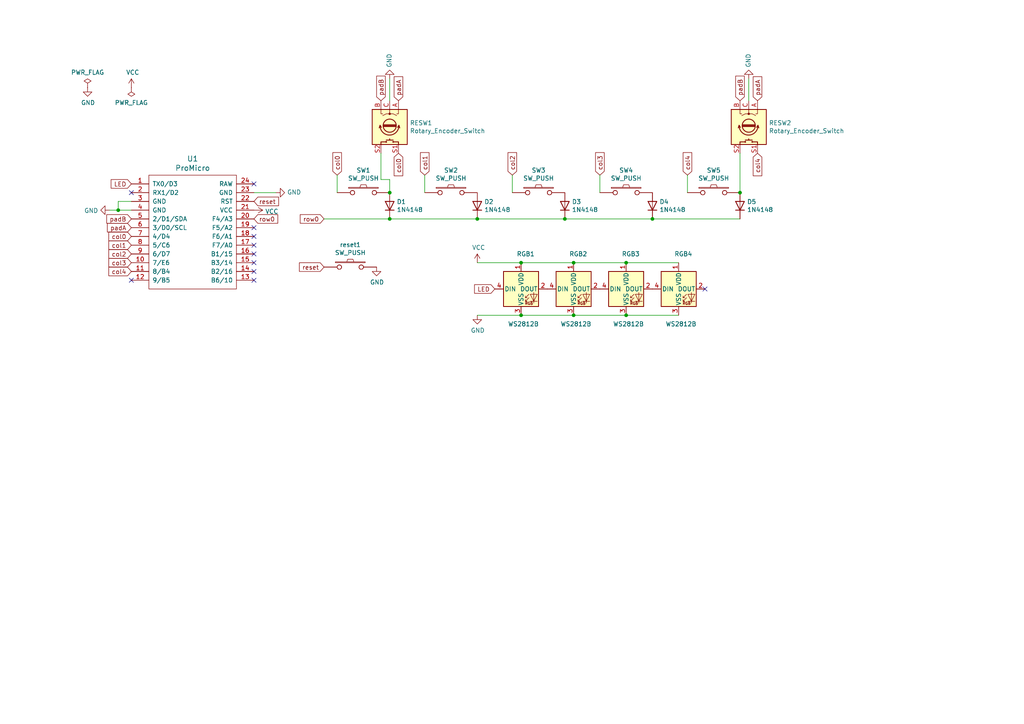
<source format=kicad_sch>
(kicad_sch (version 20230121) (generator eeschema)
  (paper "A4")
  (title_block (title "REVIUNG5") (date "2021-06-09") (rev "ver1.0"))
  (lib_symbols
    (symbol "Diode:1N4148" (pin_numbers hide) (pin_names hide)
      (property "Reference" "D" (at 0 2.54 0))
      (property "Value" "1N4148" (at 0 -2.54 0))
      (symbol "1N4148_0_1"
        (polyline (pts (xy -1.27 1.27) (xy -1.27 -1.27)) (stroke (width 0.254)))
        (polyline (pts (xy 1.27 0) (xy -1.27 0)))
        (polyline (pts (xy 1.27 1.27) (xy 1.27 -1.27) (xy -1.27 0) (xy 1.27 1.27)) (stroke (width 0.254)))
      )
      (symbol "1N4148_1_1"
        (pin passive line (at -3.81 0 0) (length 2.54) (name "K") (number "1"))
        (pin passive line (at 3.81 0 180) (length 2.54) (name "A") (number "2"))
      )
    )
    (symbol "LED:WS2812B" (pin_names (offset 0.254))
      (property "Reference" "D" (at 5.08 5.715 0))
      (property "Value" "WS2812B" (at 1.27 -5.715 0))
      (symbol "WS2812B_0_0"
        (text "RGB" (at 2.286 -4.191 0) (effects (font (size 0.762 0.762))))
      )
      (symbol "WS2812B_0_1"
        (polyline (pts (xy 1.27 -3.556) (xy 1.778 -3.556)))
        (polyline (pts (xy 1.27 -2.54) (xy 1.778 -2.54)))
        (polyline (pts (xy 4.699 -3.556) (xy 2.667 -3.556)))
        (polyline (pts (xy 2.286 -2.54) (xy 1.27 -3.556) (xy 1.27 -3.048)))
        (polyline (pts (xy 2.286 -1.524) (xy 1.27 -2.54) (xy 1.27 -2.032)))
        (polyline (pts (xy 3.683 -1.016) (xy 3.683 -3.556) (xy 3.683 -4.064)))
        (polyline (pts (xy 4.699 -1.524) (xy 2.667 -1.524) (xy 3.683 -3.556) (xy 4.699 -1.524)))
        (rectangle (start 5.08 5.08) (end -5.08 -5.08) (stroke (width 0.254)) (fill (type background)))
      )
      (symbol "WS2812B_1_1"
        (pin power_in line (at 0 7.62 270) (length 2.54) (name "VDD") (number "1"))
        (pin output line (at 7.62 0 180) (length 2.54) (name "DOUT") (number "2"))
        (pin power_in line (at 0 -7.62 90) (length 2.54) (name "VSS") (number "3"))
        (pin input line (at -7.62 0 0) (length 2.54) (name "DIN") (number "4"))
      )
    )
    (symbol "power:GND" (power) (pin_names (offset 0))
      (property "Value" "GND" (at 0 -3.81 0))
      (symbol "GND_0_1"
        (polyline (pts (xy 0 0) (xy 0 -1.27) (xy 1.27 -1.27) (xy 0 -2.54) (xy -1.27 -1.27) (xy 0 -1.27)))
      )
      (symbol "GND_1_1"
        (pin power_in line (at 0 0 270) (length 0) hide (name "GND") (number "1"))
      )
    )
    (symbol "power:PWR_FLAG" (power) (pin_numbers hide) (pin_names (offset 0) hide)
      (property "Value" "PWR_FLAG" (at 0 3.81 0))
      (symbol "PWR_FLAG_0_0"
        (pin power_out line (at 0 0 90) (length 0) (name "pwr") (number "1"))
      )
      (symbol "PWR_FLAG_0_1"
        (polyline (pts (xy 0 0) (xy 0 1.27) (xy -1.016 1.905) (xy 0 2.54) (xy 1.016 1.905) (xy 0 1.27)))
      )
    )
    (symbol "power:VCC" (power) (pin_names (offset 0))
      (property "Value" "VCC" (at 0 3.81 0))
      (symbol "VCC_0_1"
        (polyline (pts (xy -0.762 1.27) (xy 0 2.54)))
        (polyline (pts (xy 0 0) (xy 0 2.54)))
        (polyline (pts (xy 0 2.54) (xy 0.762 1.27)))
      )
      (symbol "VCC_1_1"
        (pin power_in line (at 0 0 90) (length 0) hide (name "VCC") (number "1"))
      )
    )
    (symbol "reviung5-rescue:ProMicro-_reviung-kbd" (pin_names (offset 1.016))
      (property "Reference" "U" (at 0 24.13 0))
      (property "Value" "_reviung-kbd_ProMicro" (at 0 -13.97 0))
      (symbol "ProMicro-_reviung-kbd_0_1"
        (rectangle (start -12.7 21.59) (end 12.7 -11.43))
      )
      (symbol "ProMicro-_reviung-kbd_1_1"
        (pin bidirectional line (at -17.78 19.05 0) (length 5.08) (name "TX0/D3") (number "1"))
        (pin bidirectional line (at -17.78 -3.81 0) (length 5.08) (name "7/E6") (number "10"))
        (pin bidirectional line (at -17.78 -6.35 0) (length 5.08) (name "8/B4") (number "11"))
        (pin bidirectional line (at -17.78 -8.89 0) (length 5.08) (name "9/B5") (number "12"))
        (pin bidirectional line (at 17.78 -8.89 180) (length 5.08) (name "B6/10") (number "13"))
        (pin bidirectional line (at 17.78 -6.35 180) (length 5.08) (name "B2/16") (number "14"))
        (pin bidirectional line (at 17.78 -3.81 180) (length 5.08) (name "B3/14") (number "15"))
        (pin bidirectional line (at 17.78 -1.27 180) (length 5.08) (name "B1/15") (number "16"))
        (pin bidirectional line (at 17.78 1.27 180) (length 5.08) (name "F7/A0") (number "17"))
        (pin bidirectional line (at 17.78 3.81 180) (length 5.08) (name "F6/A1") (number "18"))
        (pin bidirectional line (at 17.78 6.35 180) (length 5.08) (name "F5/A2") (number "19"))
        (pin bidirectional line (at -17.78 16.51 0) (length 5.08) (name "RX1/D2") (number "2"))
        (pin bidirectional line (at 17.78 8.89 180) (length 5.08) (name "F4/A3") (number "20"))
        (pin power_in line (at 17.78 11.43 180) (length 5.08) (name "VCC") (number "21"))
        (pin input line (at 17.78 13.97 180) (length 5.08) (name "RST") (number "22"))
        (pin power_in line (at 17.78 16.51 180) (length 5.08) (name "GND") (number "23"))
        (pin power_out line (at 17.78 19.05 180) (length 5.08) (name "RAW") (number "24"))
        (pin power_in line (at -17.78 13.97 0) (length 5.08) (name "GND") (number "3"))
        (pin power_in line (at -17.78 11.43 0) (length 5.08) (name "GND") (number "4"))
        (pin bidirectional line (at -17.78 8.89 0) (length 5.08) (name "2/D1/SDA") (number "5"))
        (pin bidirectional line (at -17.78 6.35 0) (length 5.08) (name "3/D0/SCL") (number "6"))
        (pin bidirectional line (at -17.78 3.81 0) (length 5.08) (name "4/D4") (number "7"))
        (pin bidirectional line (at -17.78 1.27 0) (length 5.08) (name "5/C6") (number "8"))
        (pin bidirectional line (at -17.78 -1.27 0) (length 5.08) (name "6/D7") (number "9"))
      )
    )
    (symbol "reviung5-rescue:Rotary_Encoder_Switch-Device" (pin_names (offset 0.254) hide)
      (property "Reference" "SW" (at 0 6.604 0))
      (property "Value" "Device_Rotary_Encoder_Switch" (at 0 -6.604 0))
      (symbol "Rotary_Encoder_Switch-Device_0_1"
        (rectangle (start -5.08 5.08) (end 5.08 -5.08) (stroke (width 0.254)) (fill (type background)))
        (circle (center -3.81 0) (radius 0.254) (fill (type outline)))
        (arc (start -0.381 -2.794) (mid 2.3376 -0.0635) (end -0.381 2.667) (stroke (width 0.254)))
        (circle (center -0.381 0) (radius 1.905) (stroke (width 0.254)))
        (polyline (pts (xy -0.635 -1.778) (xy -0.635 1.778)) (stroke (width 0.254)))
        (polyline (pts (xy -0.381 -1.778) (xy -0.381 1.778)) (stroke (width 0.254)))
        (polyline (pts (xy -0.127 1.778) (xy -0.127 -1.778)) (stroke (width 0.254)))
        (polyline (pts (xy 3.81 0) (xy 3.429 0)) (stroke (width 0.254)))
        (polyline (pts (xy 3.81 1.016) (xy 3.81 -1.016)) (stroke (width 0.254)))
        (polyline (pts (xy -5.08 -2.54) (xy -3.81 -2.54) (xy -3.81 -2.032)))
        (polyline (pts (xy -5.08 2.54) (xy -3.81 2.54) (xy -3.81 2.032)))
        (polyline (pts (xy 0.254 -3.048) (xy -0.508 -2.794) (xy 0.127 -2.413)) (stroke (width 0.254)))
        (polyline (pts (xy 0.254 2.921) (xy -0.508 2.667) (xy 0.127 2.286)) (stroke (width 0.254)))
        (polyline (pts (xy 5.08 -2.54) (xy 4.318 -2.54) (xy 4.318 -1.016)) (stroke (width 0.254)))
        (polyline (pts (xy 5.08 2.54) (xy 4.318 2.54) (xy 4.318 1.016)) (stroke (width 0.254)))
        (polyline (pts (xy -5.08 0) (xy -3.81 0) (xy -3.81 -1.016) (xy -3.302 -2.032)))
        (polyline (pts (xy -4.318 0) (xy -3.81 0) (xy -3.81 1.016) (xy -3.302 2.032)))
        (circle (center 4.318 -1.016) (radius 0.127) (stroke (width 0.254)))
        (circle (center 4.318 1.016) (radius 0.127) (stroke (width 0.254)))
      )
      (symbol "Rotary_Encoder_Switch-Device_1_1"
        (pin passive line (at -7.62 2.54 0) (length 2.54) (name "A") (number "A"))
        (pin passive line (at -7.62 -2.54 0) (length 2.54) (name "B") (number "B"))
        (pin passive line (at -7.62 0 0) (length 2.54) (name "C") (number "C"))
        (pin passive line (at 7.62 2.54 180) (length 2.54) (name "S1") (number "S1"))
        (pin passive line (at 7.62 -2.54 180) (length 2.54) (name "S2") (number "S2"))
      )
    )
    (symbol "reviung5-rescue:SW_PUSH-_reviung-kbd" (pin_numbers hide) (pin_names (offset 1.016) hide)
      (property "Reference" "SW" (at 3.81 2.794 0))
      (property "Value" "_reviung-kbd_SW_PUSH" (at 0 -2.032 0))
      (symbol "SW_PUSH-_reviung-kbd_0_1"
        (rectangle (start -4.318 1.27) (end 4.318 1.524))
        (polyline (pts (xy -1.016 1.524) (xy -0.762 2.286) (xy 0.762 2.286) (xy 1.016 1.524)))
        (pin passive inverted (at -7.62 0 0) (length 5.08) (name "1") (number "1"))
        (pin passive inverted (at 7.62 0 180) (length 5.08) (name "2") (number "2"))
      )
    )
  )
  (junction (at 214.63 55.88))
  (junction (at 189.23 63.5))
  (junction (at 151.13 91.44))
  (junction (at 34.29 60.96))
  (junction (at 166.37 91.44))
  (junction (at 113.03 55.88))
  (junction (at 166.37 76.2))
  (junction (at 163.83 63.5))
  (junction (at 113.03 63.5))
  (junction (at 151.13 76.2))
  (junction (at 138.43 63.5))
  (junction (at 181.61 76.2))
  (junction (at 181.61 91.44))
  (no_connect (at 73.66 76.2))
  (no_connect (at 73.66 68.58))
  (no_connect (at 73.66 53.34))
  (no_connect (at 73.66 78.74))
  (no_connect (at 73.66 71.12))
  (no_connect (at 204.47 83.82))
  (no_connect (at 73.66 81.28))
  (no_connect (at 73.66 66.04))
  (no_connect (at 38.1 81.28))
  (no_connect (at 38.1 55.88))
  (no_connect (at 73.66 73.66))
  (wire (pts (xy 148.59 50.8) (xy 148.59 55.88)))
  (wire (pts (xy 123.19 50.8) (xy 123.19 55.88)))
  (wire (pts (xy 93.98 63.5) (xy 113.03 63.5)))
  (wire (pts (xy 214.63 44.45) (xy 214.63 55.88)))
  (wire (pts (xy 173.99 50.8) (xy 173.99 55.88)))
  (wire (pts (xy 217.17 22.86) (xy 217.17 29.21)))
  (wire (pts (xy 199.39 50.8) (xy 199.39 55.88)))
  (wire (pts (xy 166.37 91.44) (xy 151.13 91.44)))
  (wire (pts (xy 113.03 63.5) (xy 138.43 63.5)))
  (wire (pts (xy 110.49 44.45) (xy 110.49 52.07)))
  (wire (pts (xy 181.61 91.44) (xy 166.37 91.44)))
  (wire (pts (xy 189.23 63.5) (xy 214.63 63.5)))
  (wire (pts (xy 110.49 52.07) (xy 113.03 52.07)))
  (wire (pts (xy 138.43 63.5) (xy 163.83 63.5)))
  (wire (pts (xy 163.83 63.5) (xy 189.23 63.5)))
  (wire (pts (xy 80.01 55.88) (xy 73.66 55.88)))
  (wire (pts (xy 34.29 60.96) (xy 31.75 60.96)))
  (wire (pts (xy 113.03 52.07) (xy 113.03 55.88)))
  (wire (pts (xy 151.13 76.2) (xy 138.43 76.2)))
  (wire (pts (xy 166.37 76.2) (xy 151.13 76.2)))
  (wire (pts (xy 34.29 58.42) (xy 34.29 60.96)))
  (wire (pts (xy 97.79 50.8) (xy 97.79 55.88)))
  (wire (pts (xy 196.85 91.44) (xy 181.61 91.44)))
  (wire (pts (xy 196.85 76.2) (xy 181.61 76.2)))
  (wire (pts (xy 38.1 60.96) (xy 34.29 60.96)))
  (wire (pts (xy 38.1 58.42) (xy 34.29 58.42)))
  (wire (pts (xy 151.13 91.44) (xy 138.43 91.44)))
  (wire (pts (xy 181.61 76.2) (xy 166.37 76.2)))
  (wire (pts (xy 113.03 22.86) (xy 113.03 29.21)))
  (global_label "col4" (shape input) (at 38.1 78.74 180) (property "Intersheetrefs" "${INTERSHEET_REFS}" (effects hide)))
  (global_label "col0" (shape input) (at 38.1 68.58 180) (property "Intersheetrefs" "${INTERSHEET_REFS}" (effects hide)))
  (global_label "row0" (shape input) (at 93.98 63.5 180) (property "Intersheetrefs" "${INTERSHEET_REFS}" (effects hide)))
  (global_label "col4" (shape input) (at 199.39 50.8 90) (property "Intersheetrefs" "${INTERSHEET_REFS}" (effects hide)))
  (global_label "padA" (shape input) (at 38.1 66.04 180) (property "Intersheetrefs" "${INTERSHEET_REFS}" (effects hide)))
  (global_label "col0" (shape input) (at 115.57 44.45 270) (property "Intersheetrefs" "${INTERSHEET_REFS}" (effects hide)))
  (global_label "col3" (shape input) (at 173.99 50.8 90) (property "Intersheetrefs" "${INTERSHEET_REFS}" (effects hide)))
  (global_label "padB" (shape input) (at 214.63 29.21 90) (property "Intersheetrefs" "${INTERSHEET_REFS}" (effects hide)))
  (global_label "reset" (shape input) (at 93.98 77.47 180) (property "Intersheetrefs" "${INTERSHEET_REFS}" (effects hide)))
  (global_label "padB" (shape input) (at 38.1 63.5 180) (property "Intersheetrefs" "${INTERSHEET_REFS}" (effects hide)))
  (global_label "col2" (shape input) (at 148.59 50.8 90) (property "Intersheetrefs" "${INTERSHEET_REFS}" (effects hide)))
  (global_label "col1" (shape input) (at 38.1 71.12 180) (property "Intersheetrefs" "${INTERSHEET_REFS}" (effects hide)))
  (global_label "row0" (shape input) (at 73.66 63.5 0) (property "Intersheetrefs" "${INTERSHEET_REFS}" (effects hide)))
  (global_label "col1" (shape input) (at 123.19 50.8 90) (property "Intersheetrefs" "${INTERSHEET_REFS}" (effects hide)))
  (global_label "col4" (shape input) (at 219.71 44.45 270) (property "Intersheetrefs" "${INTERSHEET_REFS}" (effects hide)))
  (global_label "padA" (shape input) (at 219.71 29.21 90) (property "Intersheetrefs" "${INTERSHEET_REFS}" (effects hide)))
  (global_label "padB" (shape input) (at 110.49 29.21 90) (property "Intersheetrefs" "${INTERSHEET_REFS}" (effects hide)))
  (global_label "reset" (shape input) (at 73.66 58.42 0) (property "Intersheetrefs" "${INTERSHEET_REFS}" (effects hide)))
  (global_label "col0" (shape input) (at 97.79 50.8 90) (property "Intersheetrefs" "${INTERSHEET_REFS}" (effects hide)))
  (global_label "col3" (shape input) (at 38.1 76.2 180) (property "Intersheetrefs" "${INTERSHEET_REFS}" (effects hide)))
  (global_label "col2" (shape input) (at 38.1 73.66 180) (property "Intersheetrefs" "${INTERSHEET_REFS}" (effects hide)))
  (global_label "LED" (shape input) (at 143.51 83.82 180) (property "Intersheetrefs" "${INTERSHEET_REFS}" (effects hide)))
  (global_label "LED" (shape input) (at 38.1 53.34 180) (property "Intersheetrefs" "${INTERSHEET_REFS}" (effects hide)))
  (global_label "padA" (shape input) (at 115.57 29.21 90) (property "Intersheetrefs" "${INTERSHEET_REFS}" (effects hide)))
  (symbol (lib_id "power:PWR_FLAG") (at 25.4 25.4 0) (unit 1)
    (property "Reference" "#FLG01" (effects hide))
    (property "Value" "PWR_FLAG" (at 25.4 21.0058 0))
  )
  (symbol (lib_id "power:GND") (at 25.4 25.4 0) (unit 1)
    (property "Reference" "#PWR03" (effects hide))
    (property "Value" "GND" (at 25.527 29.7942 0))
  )
  (symbol (lib_id "power:PWR_FLAG") (at 38.1 25.4 180) (unit 1)
    (property "Reference" "#FLG02" (effects hide))
    (property "Value" "PWR_FLAG" (at 38.1 29.7942 0))
  )
  (symbol (lib_id "power:VCC") (at 38.1 25.4 0) (unit 1)
    (property "Reference" "#PWR04" (effects hide))
    (property "Value" "VCC" (at 38.481 21.0058 0))
  )
  (symbol (lib_id "reviung5-rescue:ProMicro-_reviung-kbd") (at 55.88 72.39 0) (unit 1)
    (property "Reference" "U1" (at 55.88 46.0502 0) (effects (font (size 1.524 1.524))))
    (property "Value" "ProMicro" (at 55.88 48.7426 0) (effects (font (size 1.524 1.524))))
    (property "Footprint" "_reviung-kbd:ProMicro" (effects hide))
  )
  (symbol (lib_id "reviung5-rescue:SW_PUSH-_reviung-kbd") (at 101.6 77.47 0) (unit 1)
    (property "Reference" "reset1" (at 101.6 70.993 0))
    (property "Value" "SW_PUSH" (at 101.6 73.3044 0))
    (property "Footprint" "_reviung-kbd:ResetSW_TH_SMD" (effects hide))
  )
  (symbol (lib_id "power:GND") (at 31.75 60.96 270) (unit 1)
    (property "Reference" "#PWR07" (effects hide))
    (property "Value" "GND" (at 28.4988 61.087 90) (effects (justify right)))
  )
  (symbol (lib_id "power:GND") (at 80.01 55.88 90) (unit 1)
    (property "Reference" "#PWR06" (effects hide))
    (property "Value" "GND" (at 83.2612 55.753 90) (effects (justify right)))
  )
  (symbol (lib_id "power:VCC") (at 73.66 60.96 270) (unit 1)
    (property "Reference" "#PWR08" (effects hide))
    (property "Value" "VCC" (at 76.9112 61.341 90) (effects (justify left)))
  )
  (symbol (lib_id "reviung5-rescue:Rotary_Encoder_Switch-Device") (at 113.03 36.83 270) (unit 1)
    (property "Reference" "RESW1" (at 118.872 35.6616 90) (effects (justify left)))
    (property "Value" "Rotary_Encoder_Switch" (at 118.872 37.973 90) (effects (justify left)))
    (property "Footprint" "Rotary_Encoder:RotaryEncoder_Alps_EC12E-Switch_Vertical_H20mm_CircularMountingHoles" (effects hide))
  )
  (symbol (lib_id "power:GND") (at 113.03 22.86 180) (unit 1)
    (property "Reference" "#PWR01" (effects hide))
    (property "Value" "GND" (at 112.903 19.6088 90) (effects (justify right)))
  )
  (symbol (lib_id "reviung5-rescue:Rotary_Encoder_Switch-Device") (at 217.17 36.83 270) (unit 1)
    (property "Reference" "RESW2" (at 223.012 35.6616 90) (effects (justify left)))
    (property "Value" "Rotary_Encoder_Switch" (at 223.012 37.973 90) (effects (justify left)))
    (property "Footprint" "Rotary_Encoder:RotaryEncoder_Alps_EC12E-Switch_Vertical_H20mm_CircularMountingHoles" (effects hide))
  )
  (symbol (lib_id "power:GND") (at 217.17 22.86 180) (unit 1)
    (property "Reference" "#PWR02" (effects hide))
    (property "Value" "GND" (at 217.043 19.6088 90) (effects (justify right)))
  )
  (symbol (lib_id "reviung5-rescue:SW_PUSH-_reviung-kbd") (at 105.41 55.88 0) (unit 1)
    (property "Reference" "SW1" (at 105.41 49.403 0))
    (property "Value" "SW_PUSH" (at 105.41 51.7144 0))
    (property "Footprint" "_reviung-kbd:MXOnly-1U-3pin" (effects hide))
  )
  (symbol (lib_id "Diode:1N4148") (at 113.03 59.69 90) (unit 1)
    (property "Reference" "D1" (at 115.062 58.5216 90) (effects (justify right)))
    (property "Value" "1N4148" (at 115.062 60.833 90) (effects (justify right)))
    (property "Footprint" "_reviung-kbd:D3_TH_SMD_1side" (effects hide))
    (property "Datasheet" "https://assets.nexperia.com/documents/data-sheet/1N4148_1N4448.pdf" (effects hide))
  )
  (symbol (lib_id "reviung5-rescue:SW_PUSH-_reviung-kbd") (at 130.81 55.88 0) (unit 1)
    (property "Reference" "SW2" (at 130.81 49.403 0))
    (property "Value" "SW_PUSH" (at 130.81 51.7144 0))
    (property "Footprint" "_reviung-kbd:MXOnly-1U-NoLED" (effects hide))
  )
  (symbol (lib_id "Diode:1N4148") (at 138.43 59.69 90) (unit 1)
    (property "Reference" "D2" (at 140.462 58.5216 90) (effects (justify right)))
    (property "Value" "1N4148" (at 140.462 60.833 90) (effects (justify right)))
    (property "Footprint" "_reviung-kbd:D3_TH_SMD_1side" (effects hide))
    (property "Datasheet" "https://assets.nexperia.com/documents/data-sheet/1N4148_1N4448.pdf" (effects hide))
  )
  (symbol (lib_id "reviung5-rescue:SW_PUSH-_reviung-kbd") (at 156.21 55.88 0) (unit 1)
    (property "Reference" "SW3" (at 156.21 49.403 0))
    (property "Value" "SW_PUSH" (at 156.21 51.7144 0))
    (property "Footprint" "_reviung-kbd:MXOnly-1U-NoLED" (effects hide))
  )
  (symbol (lib_id "Diode:1N4148") (at 163.83 59.69 90) (unit 1)
    (property "Reference" "D3" (at 165.862 58.5216 90) (effects (justify right)))
    (property "Value" "1N4148" (at 165.862 60.833 90) (effects (justify right)))
    (property "Footprint" "_reviung-kbd:D3_TH_SMD_1side" (effects hide))
    (property "Datasheet" "https://assets.nexperia.com/documents/data-sheet/1N4148_1N4448.pdf" (effects hide))
  )
  (symbol (lib_id "reviung5-rescue:SW_PUSH-_reviung-kbd") (at 181.61 55.88 0) (unit 1)
    (property "Reference" "SW4" (at 181.61 49.403 0))
    (property "Value" "SW_PUSH" (at 181.61 51.7144 0))
    (property "Footprint" "_reviung-kbd:MXOnly-1U-NoLED" (effects hide))
  )
  (symbol (lib_id "Diode:1N4148") (at 189.23 59.69 90) (unit 1)
    (property "Reference" "D4" (at 191.262 58.5216 90) (effects (justify right)))
    (property "Value" "1N4148" (at 191.262 60.833 90) (effects (justify right)))
    (property "Footprint" "_reviung-kbd:D3_TH_SMD_1side" (effects hide))
    (property "Datasheet" "https://assets.nexperia.com/documents/data-sheet/1N4148_1N4448.pdf" (effects hide))
  )
  (symbol (lib_id "reviung5-rescue:SW_PUSH-_reviung-kbd") (at 207.01 55.88 0) (unit 1)
    (property "Reference" "SW5" (at 207.01 49.403 0))
    (property "Value" "SW_PUSH" (at 207.01 51.7144 0))
    (property "Footprint" "_reviung-kbd:MXOnly-1U-3pin" (effects hide))
  )
  (symbol (lib_id "Diode:1N4148") (at 214.63 59.69 90) (unit 1)
    (property "Reference" "D5" (at 216.662 58.5216 90) (effects (justify right)))
    (property "Value" "1N4148" (at 216.662 60.833 90) (effects (justify right)))
    (property "Footprint" "_reviung-kbd:D3_TH_SMD_1side" (effects hide))
    (property "Datasheet" "https://assets.nexperia.com/documents/data-sheet/1N4148_1N4448.pdf" (effects hide))
  )
  (symbol (lib_id "power:GND") (at 109.22 77.47 0) (unit 1)
    (property "Reference" "#PWR010" (effects hide))
    (property "Value" "GND" (at 109.347 81.8642 0))
  )
  (symbol (lib_id "LED:WS2812B") (at 151.13 83.82 0) (unit 1)
    (property "Reference" "RGB1" (at 149.86 73.66 0) (effects (justify left)))
    (property "Value" "WS2812B" (at 147.32 93.98 0) (effects (justify left)))
    (property "Footprint" "_reviung-kbd:LED_WS2812B_PLCC4_5.0x5.0mm_P3.2mm" (effects hide))
    (property "Datasheet" "https://cdn-shop.adafruit.com/datasheets/WS2812B.pdf" (effects hide))
  )
  (symbol (lib_id "LED:WS2812B") (at 166.37 83.82 0) (unit 1)
    (property "Reference" "RGB2" (at 165.1 73.66 0) (effects (justify left)))
    (property "Value" "WS2812B" (at 162.56 93.98 0) (effects (justify left)))
    (property "Footprint" "_reviung-kbd:LED_WS2812B_PLCC4_5.0x5.0mm_P3.2mm" (effects hide))
    (property "Datasheet" "https://cdn-shop.adafruit.com/datasheets/WS2812B.pdf" (effects hide))
  )
  (symbol (lib_id "LED:WS2812B") (at 181.61 83.82 0) (unit 1)
    (property "Reference" "RGB3" (at 180.34 73.66 0) (effects (justify left)))
    (property "Value" "WS2812B" (at 177.8 93.98 0) (effects (justify left)))
    (property "Footprint" "_reviung-kbd:LED_WS2812B_PLCC4_5.0x5.0mm_P3.2mm" (effects hide))
    (property "Datasheet" "https://cdn-shop.adafruit.com/datasheets/WS2812B.pdf" (effects hide))
  )
  (symbol (lib_id "LED:WS2812B") (at 196.85 83.82 0) (unit 1)
    (property "Reference" "RGB4" (at 195.58 73.66 0) (effects (justify left)))
    (property "Value" "WS2812B" (at 193.04 93.98 0) (effects (justify left)))
    (property "Footprint" "_reviung-kbd:LED_WS2812B_PLCC4_5.0x5.0mm_P3.2mm" (effects hide))
    (property "Datasheet" "https://cdn-shop.adafruit.com/datasheets/WS2812B.pdf" (effects hide))
  )
  (symbol (lib_id "power:VCC") (at 138.43 76.2 0) (unit 1)
    (property "Reference" "#PWR09" (effects hide))
    (property "Value" "VCC" (at 138.811 71.8058 0))
  )
  (symbol (lib_id "power:GND") (at 138.43 91.44 0) (unit 1)
    (property "Reference" "#PWR011" (effects hide))
    (property "Value" "GND" (at 138.557 95.8342 0))
  )
)
</source>
